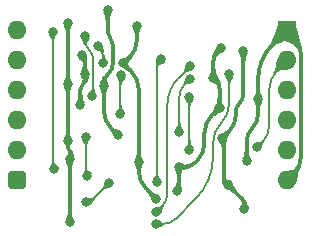
<source format=gbl>
%TF.GenerationSoftware,KiCad,Pcbnew,8.0.7*%
%TF.CreationDate,2025-02-19T10:15:13+02:00*%
%TF.ProjectId,Clock Transition,436c6f63-6b20-4547-9261-6e736974696f,V1*%
%TF.SameCoordinates,Original*%
%TF.FileFunction,Copper,L2,Bot*%
%TF.FilePolarity,Positive*%
%FSLAX46Y46*%
G04 Gerber Fmt 4.6, Leading zero omitted, Abs format (unit mm)*
G04 Created by KiCad (PCBNEW 8.0.7) date 2025-02-19 10:15:13*
%MOMM*%
%LPD*%
G01*
G04 APERTURE LIST*
G04 Aperture macros list*
%AMRoundRect*
0 Rectangle with rounded corners*
0 $1 Rounding radius*
0 $2 $3 $4 $5 $6 $7 $8 $9 X,Y pos of 4 corners*
0 Add a 4 corners polygon primitive as box body*
4,1,4,$2,$3,$4,$5,$6,$7,$8,$9,$2,$3,0*
0 Add four circle primitives for the rounded corners*
1,1,$1+$1,$2,$3*
1,1,$1+$1,$4,$5*
1,1,$1+$1,$6,$7*
1,1,$1+$1,$8,$9*
0 Add four rect primitives between the rounded corners*
20,1,$1+$1,$2,$3,$4,$5,0*
20,1,$1+$1,$4,$5,$6,$7,0*
20,1,$1+$1,$6,$7,$8,$9,0*
20,1,$1+$1,$8,$9,$2,$3,0*%
G04 Aperture macros list end*
%TA.AperFunction,ComponentPad*%
%ADD10O,1.600000X1.600000*%
%TD*%
%TA.AperFunction,ComponentPad*%
%ADD11RoundRect,0.400000X-0.400000X-0.400000X0.400000X-0.400000X0.400000X0.400000X-0.400000X0.400000X0*%
%TD*%
%TA.AperFunction,ComponentPad*%
%ADD12R,1.600000X1.600000*%
%TD*%
%TA.AperFunction,ViaPad*%
%ADD13C,0.800000*%
%TD*%
%TA.AperFunction,Conductor*%
%ADD14C,0.380000*%
%TD*%
%TA.AperFunction,Conductor*%
%ADD15C,0.200000*%
%TD*%
G04 APERTURE END LIST*
D10*
%TO.P,J1,1,Pin_1*%
%TO.N,~{Reset}*%
X0Y0D03*
%TO.P,J1,2,Pin_2*%
%TO.N,Slow Clock*%
X0Y-2540000D03*
%TO.P,J1,3,Pin_3*%
%TO.N,GND*%
X0Y-5080000D03*
%TO.P,J1,4,Pin_4*%
%TO.N,unconnected-(J1-Pin_4-Pad4)*%
X0Y-7620000D03*
%TO.P,J1,5,Pin_5*%
%TO.N,Fast Clock*%
X0Y-10160000D03*
D11*
%TO.P,J1,6,Pin_6*%
%TO.N,5V*%
X0Y-12700000D03*
D10*
%TO.P,J1,7,Pin_7*%
%TO.N,GND*%
X22860000Y-12700000D03*
%TO.P,J1,8,Pin_8*%
%TO.N,unconnected-(J1-Pin_8-Pad8)*%
X22860000Y-10160000D03*
%TO.P,J1,9,Pin_9*%
%TO.N,~{Select Fast}*%
X22860000Y-7620000D03*
%TO.P,J1,10,Pin_10*%
%TO.N,unconnected-(J1-Pin_10-Pad10)*%
X22860000Y-5080000D03*
%TO.P,J1,11,Pin_11*%
%TO.N,Clock*%
X22860000Y-2540000D03*
D12*
%TO.P,J1,12,Pin_12*%
%TO.N,GND*%
X22860000Y0D03*
%TD*%
D13*
%TO.N,GND*%
X7366000Y-4699000D03*
X20424257Y-5827666D03*
X19447000Y-11065000D03*
X17272000Y-1524000D03*
X8559000Y-8840022D03*
X13716000Y-11557000D03*
X4318000Y-9398000D03*
X17155988Y-6548350D03*
X4487970Y-10925998D03*
X4482060Y-16211000D03*
X13588996Y-13589000D03*
X4318000Y-4572000D03*
X4321161Y616002D03*
X16637000Y-4064000D03*
X7683502Y1714498D03*
%TO.N,Clock*%
X20320000Y-9906000D03*
%TO.N,Net-(IC1-B)*%
X13716000Y-8636000D03*
X14670374Y-4096192D03*
%TO.N,Net-(IC1-A)*%
X14605000Y-5638000D03*
X14604998Y-10099000D03*
%TO.N,~{Reset}*%
X3175000Y-11766000D03*
X3048000Y-127000D03*
%TO.N,/Clock1_{Q}*%
X11816712Y-15372722D03*
X14660189Y-3050200D03*
%TO.N,/~{Clock1}_{Q}*%
X17974385Y-3727164D03*
X11810997Y-16382997D03*
%TO.N,/Clock2_{Q}*%
X8763000Y-7112000D03*
X8844866Y-3803922D03*
%TO.N,Fast Clock*%
X11856200Y-12844941D03*
X12225846Y-2436034D03*
%TO.N,Net-(IC4A-1Q)*%
X5873811Y-14541000D03*
X7796942Y-12921882D03*
%TO.N,Net-(IC3-Y)*%
X5842000Y-9017000D03*
X5969000Y-12319000D03*
%TO.N,Net-(IC5D-4Y)*%
X5802270Y-506725D03*
X6350000Y-5539000D03*
%TO.N,Slow Clock*%
X6840125Y-1317704D03*
X7315714Y-2799346D03*
%TO.N,/3.3V*%
X5378040Y-6317706D03*
X10160000Y381000D03*
X17906998Y-13081002D03*
X9015972Y-2808999D03*
X5531655Y-2111633D03*
X5761970Y-3685030D03*
X17365243Y-9144005D03*
X19177000Y-1778000D03*
X10324061Y-11131001D03*
X11804567Y-14261943D03*
X19266029Y-15152586D03*
%TD*%
D14*
%TO.N,/3.3V*%
X19177000Y-5380259D02*
G75*
G02*
X18850512Y-6168512I-1114700J-41D01*
G01*
X5570005Y-4589995D02*
G75*
G03*
X5378053Y-5053439I463395J-463405D01*
G01*
X17439621Y-9218383D02*
G75*
G02*
X17514049Y-9397949I-179521J-179617D01*
G01*
X5761970Y-4126550D02*
G75*
G02*
X5570002Y-4589992I-655420J10D01*
G01*
X19014103Y-14188107D02*
G75*
G02*
X19266022Y-14796309I-608203J-608193D01*
G01*
X5646812Y-2226790D02*
G75*
G02*
X5761967Y-2504805I-278012J-278010D01*
G01*
X9670016Y-3463043D02*
G75*
G02*
X10324065Y-5042046I-1578996J-1579007D01*
G01*
X18524000Y-7240124D02*
G75*
G02*
X17997108Y-8512121I-1798900J24D01*
G01*
X17514000Y-12410112D02*
G75*
G03*
X17710503Y-12884499I670900J12D01*
G01*
X10324061Y-11956219D02*
G75*
G03*
X10907576Y-13364956I1992259J-1D01*
G01*
X10160000Y-856021D02*
G75*
G02*
X9587986Y-2236985I-1952980J1D01*
G01*
X18850500Y-6168500D02*
G75*
G03*
X18524017Y-6956740I788200J-788200D01*
G01*
%TO.N,GND*%
X4402985Y-10117985D02*
G75*
G02*
X4487997Y-10323156I-205185J-205215D01*
G01*
X15875000Y-9605776D02*
G75*
G02*
X15303498Y-10985498I-1951230J6D01*
G01*
X23455000Y-595000D02*
G75*
G02*
X24050018Y-2031457I-1436500J-1436500D01*
G01*
X7590506Y-3839493D02*
G75*
G03*
X7365996Y-4381500I541994J-542007D01*
G01*
X7905751Y-666751D02*
G75*
G02*
X8127996Y-1203307I-536551J-536549D01*
G01*
X19935628Y-8258371D02*
G75*
G03*
X19447022Y-9438025I1179672J-1179629D01*
G01*
X4318000Y-9912813D02*
G75*
G03*
X4403003Y-10117967I290100J13D01*
G01*
X20424257Y-7078717D02*
G75*
G02*
X19935614Y-8258357I-1668257J17D01*
G01*
X7683502Y-130194D02*
G75*
G03*
X7905750Y-666752I758798J-6D01*
G01*
X24050000Y-10668542D02*
G75*
G02*
X23455001Y-12105001I-2031470J2D01*
G01*
X16896494Y-4323494D02*
G75*
G02*
X17156005Y-4949967I-626494J-626506D01*
G01*
X7366000Y-6803443D02*
G75*
G03*
X7962501Y-8243521I2036580J3D01*
G01*
X8128000Y-2763184D02*
G75*
G02*
X7746999Y-3682999I-1300820J4D01*
G01*
X15091210Y-11197789D02*
G75*
G02*
X14224000Y-11557005I-867210J867189D01*
G01*
X4485015Y-10928953D02*
G75*
G03*
X4482036Y-10936087I7085J-7147D01*
G01*
X13716000Y-13372190D02*
G75*
G02*
X13652501Y-13525501I-216800J-10D01*
G01*
X16954500Y-1841500D02*
G75*
G03*
X16637005Y-2608012I766500J-766500D01*
G01*
X16515494Y-7188844D02*
G75*
G03*
X15875028Y-8735133I1546306J-1546256D01*
G01*
X4319580Y614421D02*
G75*
G03*
X4317997Y610605I3820J-3821D01*
G01*
X21623482Y-1236517D02*
G75*
G03*
X20424268Y-4131704I2895218J-2895183D01*
G01*
X4318000Y-4699000D02*
X4318000Y-4953000D01*
D15*
%TO.N,Slow Clock*%
X7077919Y-1555498D02*
G75*
G02*
X7315715Y-2129585I-574119J-574102D01*
G01*
%TO.N,Net-(IC5D-4Y)*%
X6133635Y-1688635D02*
G75*
G02*
X6465000Y-2488620I-799935J-799965D01*
G01*
X6465000Y-5342682D02*
G75*
G02*
X6407505Y-5481505I-196300J-18D01*
G01*
X5802270Y-931997D02*
G75*
G03*
X6102975Y-1657991I1026730J-3D01*
G01*
%TO.N,Net-(IC3-Y)*%
X5842000Y-12102197D02*
G75*
G03*
X5905499Y-12255501I216800J-3D01*
G01*
%TO.N,Net-(IC4A-1Q)*%
X6285308Y-14433515D02*
G75*
G02*
X6025817Y-14541005I-259508J259515D01*
G01*
%TO.N,Fast Clock*%
X12041023Y-2620857D02*
G75*
G03*
X11856164Y-3067059I446177J-446243D01*
G01*
%TO.N,/Clock2_{Q}*%
X8803933Y-3844855D02*
G75*
G03*
X8762997Y-3943676I98867J-98845D01*
G01*
%TO.N,/~{Clock1}_{Q}*%
X17294811Y-7851189D02*
G75*
G03*
X16615241Y-9491825I1640589J-1640611D01*
G01*
X16615237Y-10658011D02*
G75*
G02*
X15111040Y-14289447I-5135637J11D01*
G01*
X13444063Y-15956433D02*
G75*
G02*
X12414248Y-16383025I-1029863J1029833D01*
G01*
X17974385Y-6210552D02*
G75*
G02*
X17294811Y-7851189I-2320215J2D01*
G01*
%TO.N,/Clock1_{Q}*%
X12739192Y-13797950D02*
G75*
G02*
X12277954Y-14911484I-1574782J0D01*
G01*
X13699690Y-4010698D02*
G75*
G03*
X12739189Y-6329547I2318850J-2318852D01*
G01*
%TO.N,~{Reset}*%
X3048000Y-11549197D02*
G75*
G03*
X3111499Y-11702501I216800J-3D01*
G01*
%TO.N,Net-(IC1-B)*%
X13755978Y-8567753D02*
G75*
G02*
X13736019Y-8616041I-68278J-47D01*
G01*
X14213176Y-4553390D02*
G75*
G03*
X13755938Y-5657163I1103724J-1103810D01*
G01*
%TO.N,Clock*%
X21336000Y-8171579D02*
G75*
G02*
X20828006Y-9398006I-1734400J-21D01*
G01*
X22098000Y-3302000D02*
G75*
G03*
X21336013Y-5141630I1839600J-1839600D01*
G01*
D14*
%TO.N,/3.3V*%
X19266029Y-14796309D02*
X19266029Y-15152586D01*
X19014103Y-14188107D02*
X17906998Y-13081002D01*
%TO.N,GND*%
X16896494Y-4323494D02*
X16637000Y-4064000D01*
X4487970Y-10323156D02*
X4487970Y-10925998D01*
X7590506Y-3839493D02*
X7747000Y-3683000D01*
X17155988Y-6548350D02*
X16515494Y-7188844D01*
X4318000Y-4572000D02*
X4318000Y610605D01*
X7683502Y1714498D02*
X7683502Y-130194D01*
X4319580Y614421D02*
X4321161Y616002D01*
X23455000Y-12105000D02*
X22860000Y-12700000D01*
X20424257Y-7078717D02*
X20424257Y-5827666D01*
X13588996Y-13589000D02*
X13652498Y-13525498D01*
X15875000Y-9605776D02*
X15875000Y-8735133D01*
X17155988Y-6548350D02*
X17155988Y-4949967D01*
X24050000Y-2031457D02*
X24050000Y-10668542D01*
X7366000Y-4381500D02*
X7366000Y-4699000D01*
X4482060Y-16211000D02*
X4482060Y-10936087D01*
X20424257Y-5827666D02*
X20424257Y-4131704D01*
X15303499Y-10985499D02*
X15091210Y-11197789D01*
X7366000Y-4699000D02*
X7366000Y-6803443D01*
X4318000Y-4572000D02*
X4318000Y-4699000D01*
X22860000Y0D02*
X21623482Y-1236517D01*
X4318000Y-4953000D02*
X4318000Y-9398000D01*
X8128000Y-1203307D02*
X8128000Y-2763184D01*
X4318000Y-9912813D02*
X4318000Y-9398000D01*
X4485015Y-10928953D02*
X4487970Y-10925998D01*
X8559000Y-8840022D02*
X7962500Y-8243522D01*
X13716000Y-11557000D02*
X13716000Y-13372190D01*
X16637000Y-4064000D02*
X16637000Y-2608012D01*
X19447000Y-9438025D02*
X19447000Y-11065000D01*
X13716000Y-11557000D02*
X14224000Y-11557000D01*
X17272000Y-1524000D02*
X16954500Y-1841500D01*
D15*
%TO.N,Clock*%
X20828000Y-9398000D02*
X20320000Y-9906000D01*
X21336000Y-8171579D02*
X21336000Y-5141630D01*
X22098000Y-3302000D02*
X22860000Y-2540000D01*
%TO.N,Net-(IC1-B)*%
X13735989Y-8616011D02*
X13716000Y-8636000D01*
X14670374Y-4096192D02*
X14213176Y-4553390D01*
X13755978Y-8567753D02*
X13755978Y-5657163D01*
%TO.N,Net-(IC1-A)*%
X14605000Y-5638000D02*
X14604998Y-5638002D01*
X14604998Y-5638002D02*
X14604998Y-10099000D01*
%TO.N,~{Reset}*%
X3048000Y-11549197D02*
X3048000Y-127000D01*
X3175000Y-11766000D02*
X3111500Y-11702500D01*
%TO.N,/Clock1_{Q}*%
X12739192Y-13797950D02*
X12739192Y-6329547D01*
X14660189Y-3050200D02*
X13699690Y-4010698D01*
X12277952Y-14911482D02*
X11816712Y-15372722D01*
%TO.N,/~{Clock1}_{Q}*%
X16615237Y-9491825D02*
X16615237Y-10658011D01*
X12414248Y-16382997D02*
X11810997Y-16382997D01*
X15111044Y-14289451D02*
X13444063Y-15956433D01*
X17974385Y-3727164D02*
X17974385Y-6210552D01*
%TO.N,/Clock2_{Q}*%
X8844866Y-3803922D02*
X8803933Y-3844855D01*
X8763000Y-7112000D02*
X8763000Y-3943676D01*
%TO.N,Fast Clock*%
X11856200Y-3067059D02*
X11856200Y-12844941D01*
X12041023Y-2620857D02*
X12225846Y-2436034D01*
%TO.N,Net-(IC4A-1Q)*%
X5873811Y-14541000D02*
X6025817Y-14541000D01*
X7796942Y-12921882D02*
X6285308Y-14433515D01*
%TO.N,Net-(IC3-Y)*%
X5905500Y-12255500D02*
X5969000Y-12319000D01*
X5842000Y-9017000D02*
X5842000Y-12102197D01*
%TO.N,Net-(IC5D-4Y)*%
X6465000Y-2488620D02*
X6465000Y-5342682D01*
X5802270Y-506725D02*
X5802270Y-931997D01*
X6133635Y-1688635D02*
X6102983Y-1657983D01*
X6407500Y-5481500D02*
X6350000Y-5539000D01*
%TO.N,Slow Clock*%
X7077919Y-1555498D02*
X6840125Y-1317704D01*
X7315714Y-2129585D02*
X7315714Y-2799346D01*
D14*
%TO.N,/3.3V*%
X11804567Y-14261943D02*
X10907578Y-13364954D01*
X9015972Y-2808999D02*
X9587986Y-2236985D01*
X10324061Y-11131001D02*
X10324061Y-11956219D01*
X17439621Y-9218383D02*
X17365243Y-9144005D01*
X17997117Y-8512130D02*
X17365243Y-9144005D01*
X17514000Y-9397949D02*
X17514000Y-12410112D01*
X18524000Y-7240124D02*
X18524000Y-6956740D01*
X10160000Y-856021D02*
X10160000Y381000D01*
X5378040Y-6317706D02*
X5378040Y-5053439D01*
X5646812Y-2226790D02*
X5531655Y-2111633D01*
X9015972Y-2808999D02*
X9670016Y-3463043D01*
X5761970Y-4126550D02*
X5761970Y-3685030D01*
X17710499Y-12884503D02*
X17906998Y-13081002D01*
X19177000Y-5380259D02*
X19177000Y-1778000D01*
X5761970Y-2504805D02*
X5761970Y-3685030D01*
X10324061Y-11131001D02*
X10324061Y-5042046D01*
%TD*%
%TA.AperFunction,Conductor*%
%TO.N,/3.3V*%
G36*
X19317806Y-14274237D02*
G01*
X19318027Y-14274581D01*
X19415961Y-14432856D01*
X19416542Y-14433912D01*
X19436621Y-14475391D01*
X19477540Y-14559923D01*
X19478023Y-14561073D01*
X19519375Y-14676447D01*
X19519472Y-14676730D01*
X19564286Y-14812601D01*
X19564288Y-14812608D01*
X19631537Y-14988912D01*
X19631283Y-14997863D01*
X19625109Y-15003880D01*
X19268758Y-15152510D01*
X19264230Y-15153412D01*
X18880018Y-15152615D01*
X18871752Y-15149171D01*
X18868342Y-15140891D01*
X18868531Y-15138822D01*
X18897574Y-14979083D01*
X18898755Y-14975685D01*
X18966707Y-14848069D01*
X18966961Y-14847620D01*
X19032791Y-14738308D01*
X19055755Y-14622796D01*
X18999294Y-14484228D01*
X18999346Y-14475275D01*
X19003626Y-14470090D01*
X19301578Y-14271008D01*
X19310361Y-14269262D01*
X19317806Y-14274237D01*
G37*
%TD.AperFunction*%
%TD*%
%TA.AperFunction,Conductor*%
%TO.N,/3.3V*%
G36*
X5920121Y-2111604D02*
G01*
X5928386Y-2115052D01*
X5931791Y-2123166D01*
X5933766Y-2290627D01*
X5933767Y-2290641D01*
X5938212Y-2402692D01*
X5938807Y-2417670D01*
X5944811Y-2527146D01*
X5944820Y-2527323D01*
X5949851Y-2654117D01*
X5949859Y-2654443D01*
X5951830Y-2821437D01*
X5948501Y-2829750D01*
X5940269Y-2833274D01*
X5940131Y-2833275D01*
X5582405Y-2833275D01*
X5574132Y-2829848D01*
X5570781Y-2822908D01*
X5570578Y-2821145D01*
X5556857Y-2701505D01*
X5532775Y-2654117D01*
X5513709Y-2616598D01*
X5513707Y-2616596D01*
X5445797Y-2553693D01*
X5356786Y-2488218D01*
X5356046Y-2487626D01*
X5258271Y-2402692D01*
X5254273Y-2394679D01*
X5257111Y-2386186D01*
X5257645Y-2385610D01*
X5528214Y-2114085D01*
X5536479Y-2110645D01*
X5920121Y-2111604D01*
G37*
%TD.AperFunction*%
%TD*%
%TA.AperFunction,Conductor*%
%TO.N,/3.3V*%
G36*
X17702795Y-12413366D02*
G01*
X17705967Y-12419211D01*
X17733418Y-12548608D01*
X17811691Y-12617597D01*
X17864987Y-12635881D01*
X17923797Y-12656057D01*
X17923865Y-12656081D01*
X18053398Y-12702669D01*
X18056170Y-12704110D01*
X18178483Y-12790168D01*
X18183277Y-12797731D01*
X18181319Y-12806470D01*
X18180038Y-12807996D01*
X17908657Y-13080336D01*
X17904821Y-13082897D01*
X17548072Y-13229702D01*
X17539118Y-13229681D01*
X17532882Y-13223528D01*
X17452696Y-13038215D01*
X17452683Y-13038184D01*
X17433360Y-12993169D01*
X17392169Y-12897210D01*
X17391770Y-12896137D01*
X17352502Y-12771559D01*
X17352083Y-12769726D01*
X17342433Y-12703203D01*
X17330653Y-12621994D01*
X17330539Y-12620683D01*
X17324374Y-12422001D01*
X17327542Y-12413626D01*
X17335705Y-12409945D01*
X17336068Y-12409939D01*
X17694522Y-12409939D01*
X17702795Y-12413366D01*
G37*
%TD.AperFunction*%
%TD*%
%TA.AperFunction,Conductor*%
%TO.N,GND*%
G36*
X23656870Y259648D02*
G01*
X23662711Y252861D01*
X23662972Y251943D01*
X23761001Y-155112D01*
X23862004Y-537915D01*
X23963010Y-884130D01*
X24064011Y-1193727D01*
X24160560Y-1454692D01*
X24160217Y-1463641D01*
X24153647Y-1469725D01*
X24152615Y-1470053D01*
X23803866Y-1563506D01*
X23794988Y-1562338D01*
X23793294Y-1561148D01*
X23529799Y-1338880D01*
X23529797Y-1338878D01*
X23529787Y-1338870D01*
X23261609Y-1149252D01*
X23261604Y-1149249D01*
X23261601Y-1149247D01*
X22993438Y-996238D01*
X22993428Y-996233D01*
X22725271Y-879823D01*
X22725257Y-879818D01*
X22470467Y-803985D01*
X22463516Y-798340D01*
X22462591Y-789433D01*
X22463348Y-787525D01*
X22857561Y-3373D01*
X22864333Y2475D01*
X23344568Y160495D01*
X23647940Y260318D01*
X23656870Y259648D01*
G37*
%TD.AperFunction*%
%TD*%
%TA.AperFunction,Conductor*%
%TO.N,GND*%
G36*
X7365352Y-3831251D02*
G01*
X7365454Y-3831318D01*
X7663495Y-4030467D01*
X7668470Y-4037912D01*
X7667748Y-4044804D01*
X7609949Y-4179611D01*
X7609949Y-4179612D01*
X7624433Y-4293133D01*
X7679087Y-4400920D01*
X7679259Y-4401274D01*
X7737634Y-4526693D01*
X7738576Y-4529759D01*
X7763805Y-4685457D01*
X7761746Y-4694171D01*
X7754127Y-4698877D01*
X7752280Y-4699028D01*
X7367798Y-4699826D01*
X7363270Y-4698924D01*
X7363157Y-4698877D01*
X7007127Y-4550381D01*
X7000811Y-4544034D01*
X7000783Y-4535200D01*
X7071513Y-4360165D01*
X7124917Y-4228004D01*
X7125130Y-4227514D01*
X7176707Y-4116542D01*
X7177145Y-4115695D01*
X7246981Y-3992897D01*
X7247280Y-3992403D01*
X7349176Y-3834726D01*
X7356544Y-3829639D01*
X7365352Y-3831251D01*
G37*
%TD.AperFunction*%
%TD*%
%TA.AperFunction,Conductor*%
%TO.N,GND*%
G36*
X17005070Y-3915242D02*
G01*
X17011218Y-3921201D01*
X17077678Y-4067524D01*
X17089277Y-4093060D01*
X17156022Y-4219856D01*
X17156122Y-4220051D01*
X17211256Y-4329713D01*
X17211782Y-4330925D01*
X17251000Y-4437479D01*
X17260050Y-4462066D01*
X17260444Y-4463364D01*
X17303996Y-4643950D01*
X17302604Y-4652796D01*
X17295365Y-4658067D01*
X17294905Y-4658168D01*
X16944106Y-4727957D01*
X16935323Y-4726210D01*
X16930787Y-4720368D01*
X16906991Y-4652796D01*
X16891043Y-4607509D01*
X16824669Y-4541120D01*
X16734829Y-4506306D01*
X16734824Y-4506304D01*
X16734822Y-4506304D01*
X16734818Y-4506303D01*
X16621769Y-4478714D01*
X16620897Y-4478466D01*
X16495904Y-4437479D01*
X16489111Y-4431644D01*
X16488432Y-4422715D01*
X16488726Y-4421920D01*
X16634947Y-4067522D01*
X16641269Y-4061183D01*
X16996115Y-3915220D01*
X17005070Y-3915242D01*
G37*
%TD.AperFunction*%
%TD*%
%TA.AperFunction,Conductor*%
%TO.N,Slow Clock*%
G36*
X7207522Y-1169222D02*
G01*
X7213838Y-1175569D01*
X7213952Y-1175855D01*
X7279689Y-1348418D01*
X7280014Y-1349400D01*
X7317813Y-1483103D01*
X7318072Y-1484231D01*
X7339357Y-1603513D01*
X7339420Y-1603901D01*
X7359572Y-1743915D01*
X7391946Y-1927784D01*
X7390005Y-1936526D01*
X7382706Y-1941288D01*
X7207505Y-1976139D01*
X7198722Y-1974392D01*
X7194274Y-1968793D01*
X7148707Y-1847951D01*
X7148706Y-1847950D01*
X7148706Y-1847949D01*
X7071423Y-1783585D01*
X7071421Y-1783584D01*
X7012179Y-1767387D01*
X6967598Y-1755199D01*
X6902143Y-1743915D01*
X6839614Y-1733135D01*
X6838226Y-1732807D01*
X6699417Y-1690981D01*
X6692485Y-1685313D01*
X6691591Y-1676403D01*
X6691971Y-1675333D01*
X6838072Y-1321226D01*
X6844394Y-1314887D01*
X7198569Y-1169200D01*
X7207522Y-1169222D01*
G37*
%TD.AperFunction*%
%TD*%
%TA.AperFunction,Conductor*%
%TO.N,Net-(IC4A-1Q)*%
G36*
X6477563Y-14114090D02*
G01*
X6603979Y-14240506D01*
X6607406Y-14248779D01*
X6604372Y-14256640D01*
X6489808Y-14382941D01*
X6489800Y-14382951D01*
X6414261Y-14488313D01*
X6354433Y-14583618D01*
X6354033Y-14584214D01*
X6279098Y-14688737D01*
X6278255Y-14689781D01*
X6164886Y-14814767D01*
X6156790Y-14818592D01*
X6148359Y-14815572D01*
X6147968Y-14815200D01*
X5915824Y-14584214D01*
X5876559Y-14545145D01*
X5873112Y-14536882D01*
X5873788Y-14153994D01*
X5877229Y-14145728D01*
X5885509Y-14142316D01*
X5886725Y-14142381D01*
X6029443Y-14157649D01*
X6031165Y-14157967D01*
X6152054Y-14189868D01*
X6255204Y-14210218D01*
X6255205Y-14210217D01*
X6255205Y-14210218D01*
X6288782Y-14204024D01*
X6355939Y-14191636D01*
X6462334Y-14112955D01*
X6471023Y-14110792D01*
X6477563Y-14114090D01*
G37*
%TD.AperFunction*%
%TD*%
%TA.AperFunction,Conductor*%
%TO.N,Fast Clock*%
G36*
X12229251Y-2438452D02*
G01*
X12229287Y-2438487D01*
X12498673Y-2708826D01*
X12502085Y-2717106D01*
X12498644Y-2725373D01*
X12496914Y-2726794D01*
X12360538Y-2818497D01*
X12357345Y-2820002D01*
X12210737Y-2863621D01*
X12210329Y-2863735D01*
X12081548Y-2897026D01*
X11990614Y-2965083D01*
X11958301Y-3104367D01*
X11953093Y-3111652D01*
X11946904Y-3113423D01*
X11768413Y-3113423D01*
X11760140Y-3109996D01*
X11756713Y-3101723D01*
X11756724Y-3101221D01*
X11763417Y-2945514D01*
X11763527Y-2944335D01*
X11780673Y-2826238D01*
X11780775Y-2825652D01*
X11801330Y-2723503D01*
X11818602Y-2604540D01*
X11825365Y-2447202D01*
X11829144Y-2439085D01*
X11837024Y-2436006D01*
X12220970Y-2435046D01*
X12229251Y-2438452D01*
G37*
%TD.AperFunction*%
%TD*%
%TA.AperFunction,Conductor*%
%TO.N,/3.3V*%
G36*
X18274460Y-12932494D02*
G01*
X18280778Y-12938841D01*
X18280867Y-12939063D01*
X18337446Y-13084971D01*
X18337501Y-13085117D01*
X18380013Y-13199257D01*
X18399560Y-13240022D01*
X18425155Y-13293399D01*
X18493847Y-13390183D01*
X18493847Y-13390184D01*
X18549786Y-13450554D01*
X18599379Y-13504075D01*
X18602489Y-13512472D01*
X18599070Y-13520300D01*
X18346296Y-13773074D01*
X18338023Y-13776501D01*
X18330071Y-13773383D01*
X18287277Y-13733730D01*
X18216180Y-13667851D01*
X18119395Y-13599159D01*
X18066018Y-13573564D01*
X18025253Y-13554017D01*
X18025245Y-13554014D01*
X18025243Y-13554013D01*
X18025244Y-13554013D01*
X17911113Y-13511505D01*
X17910967Y-13511450D01*
X17765059Y-13454871D01*
X17758584Y-13448684D01*
X17758380Y-13439732D01*
X17758441Y-13439579D01*
X17904435Y-13084804D01*
X17910751Y-13078459D01*
X18265507Y-12932473D01*
X18274460Y-12932494D01*
G37*
%TD.AperFunction*%
%TD*%
%TA.AperFunction,Conductor*%
%TO.N,GND*%
G36*
X4572843Y-10021622D02*
G01*
X4573587Y-10022460D01*
X4689252Y-10165990D01*
X4690887Y-10168701D01*
X4745881Y-10296323D01*
X4746652Y-10298891D01*
X4769401Y-10426532D01*
X4769414Y-10426611D01*
X4794632Y-10577287D01*
X4854230Y-10762684D01*
X4853499Y-10771609D01*
X4847593Y-10777064D01*
X4493162Y-10924839D01*
X4484208Y-10924860D01*
X4484172Y-10924845D01*
X4130825Y-10778078D01*
X4124499Y-10771740D01*
X4124508Y-10762785D01*
X4125220Y-10761356D01*
X4192339Y-10647218D01*
X4193496Y-10645590D01*
X4276397Y-10548030D01*
X4340270Y-10463508D01*
X4355668Y-10378342D01*
X4317932Y-10317196D01*
X4298713Y-10286052D01*
X4297285Y-10277212D01*
X4300491Y-10271542D01*
X4556301Y-10021433D01*
X4564609Y-10018102D01*
X4572843Y-10021622D01*
G37*
%TD.AperFunction*%
%TD*%
%TA.AperFunction,Conductor*%
%TO.N,GND*%
G36*
X16797448Y-6399808D02*
G01*
X17152183Y-6545786D01*
X17158530Y-6552104D01*
X17158551Y-6552154D01*
X17304516Y-6906858D01*
X17304495Y-6915812D01*
X17298148Y-6922130D01*
X17297926Y-6922219D01*
X17152016Y-6978798D01*
X17151870Y-6978853D01*
X17037740Y-7021361D01*
X17037733Y-7021363D01*
X17037731Y-7021365D01*
X17021552Y-7029122D01*
X16943588Y-7066507D01*
X16846805Y-7135199D01*
X16846804Y-7135199D01*
X16732914Y-7240731D01*
X16724517Y-7243841D01*
X16716689Y-7240422D01*
X16463915Y-6987648D01*
X16460488Y-6979375D01*
X16463604Y-6971425D01*
X16569139Y-6857530D01*
X16637827Y-6760749D01*
X16682971Y-6666605D01*
X16725523Y-6552360D01*
X16782118Y-6406410D01*
X16788305Y-6399936D01*
X16797257Y-6399732D01*
X16797448Y-6399808D01*
G37*
%TD.AperFunction*%
%TD*%
%TA.AperFunction,Conductor*%
%TO.N,GND*%
G36*
X4505010Y-3775427D02*
G01*
X4508429Y-3783255D01*
X4514340Y-3938418D01*
X4534202Y-4055412D01*
X4568853Y-4153908D01*
X4568858Y-4153921D01*
X4619483Y-4264636D01*
X4619548Y-4264779D01*
X4682732Y-4408001D01*
X4682936Y-4416953D01*
X4676749Y-4423428D01*
X4676529Y-4423522D01*
X4322502Y-4571123D01*
X4313548Y-4571144D01*
X4313498Y-4571123D01*
X3959470Y-4423522D01*
X3953152Y-4417175D01*
X3953173Y-4408221D01*
X3953236Y-4408071D01*
X4016450Y-4264779D01*
X4067145Y-4153907D01*
X4101794Y-4055416D01*
X4121658Y-3938412D01*
X4127571Y-3783253D01*
X4131311Y-3775118D01*
X4139263Y-3772000D01*
X4496737Y-3772000D01*
X4505010Y-3775427D01*
G37*
%TD.AperFunction*%
%TD*%
%TA.AperFunction,Conductor*%
%TO.N,GND*%
G36*
X4325663Y615125D02*
G01*
X4679669Y467533D01*
X4685987Y461186D01*
X4685966Y452232D01*
X4685862Y451991D01*
X4622420Y308946D01*
X4622334Y308755D01*
X4570881Y198117D01*
X4570879Y198112D01*
X4570875Y198103D01*
X4535304Y99849D01*
X4535303Y99846D01*
X4535279Y99706D01*
X4514665Y-16987D01*
X4508450Y-172137D01*
X4504694Y-180267D01*
X4496759Y-183369D01*
X4139282Y-183369D01*
X4131009Y-179942D01*
X4127590Y-172094D01*
X4121961Y-17233D01*
X4102827Y99707D01*
X4069076Y198204D01*
X4069074Y198211D01*
X4019177Y309034D01*
X3956400Y452014D01*
X3956213Y460966D01*
X3962410Y467430D01*
X3962612Y467516D01*
X4316659Y615125D01*
X4325613Y615146D01*
X4325663Y615125D01*
G37*
%TD.AperFunction*%
%TD*%
%TA.AperFunction,Conductor*%
%TO.N,GND*%
G36*
X7688004Y1713621D02*
G01*
X8042031Y1566020D01*
X8048349Y1559673D01*
X8048328Y1550719D01*
X8048234Y1550499D01*
X7985060Y1407301D01*
X7984995Y1407158D01*
X7934360Y1296419D01*
X7934355Y1296406D01*
X7899704Y1197910D01*
X7879842Y1080916D01*
X7873931Y925753D01*
X7870191Y917616D01*
X7862239Y914498D01*
X7504765Y914498D01*
X7496492Y917925D01*
X7493073Y925752D01*
X7493073Y925753D01*
X7487160Y1080910D01*
X7467296Y1197914D01*
X7432647Y1296405D01*
X7381952Y1407277D01*
X7318768Y1550501D01*
X7318565Y1559451D01*
X7324752Y1565926D01*
X7324972Y1566020D01*
X7679000Y1713621D01*
X7687954Y1713642D01*
X7688004Y1713621D01*
G37*
%TD.AperFunction*%
%TD*%
%TA.AperFunction,Conductor*%
%TO.N,GND*%
G36*
X23697526Y-11448055D02*
G01*
X24028962Y-11585345D01*
X24035292Y-11591676D01*
X24035456Y-11600213D01*
X23911837Y-11934290D01*
X23911830Y-11934314D01*
X23843523Y-12186905D01*
X23843511Y-12186956D01*
X23795004Y-12408587D01*
X23794869Y-12409139D01*
X23726770Y-12660975D01*
X23726449Y-12661981D01*
X23603317Y-12994759D01*
X23597232Y-13001329D01*
X23588284Y-13001672D01*
X23587880Y-13001514D01*
X22864110Y-12702777D01*
X22857771Y-12696454D01*
X22558863Y-11973021D01*
X22558871Y-11964068D01*
X22565208Y-11957742D01*
X22566464Y-11957304D01*
X22869113Y-11871119D01*
X22871026Y-11870743D01*
X23133240Y-11841828D01*
X23133248Y-11841826D01*
X23133254Y-11841826D01*
X23181712Y-11833916D01*
X23351766Y-11806162D01*
X23533997Y-11696184D01*
X23683073Y-11452753D01*
X23690315Y-11447489D01*
X23697526Y-11448055D01*
G37*
%TD.AperFunction*%
%TD*%
%TA.AperFunction,Conductor*%
%TO.N,GND*%
G36*
X20782786Y-5976143D02*
G01*
X20789104Y-5982490D01*
X20789083Y-5991444D01*
X20788989Y-5991665D01*
X20725815Y-6134861D01*
X20725750Y-6135003D01*
X20675115Y-6245742D01*
X20675110Y-6245755D01*
X20640459Y-6344251D01*
X20620597Y-6461246D01*
X20614686Y-6616411D01*
X20610946Y-6624548D01*
X20602994Y-6627666D01*
X20245520Y-6627666D01*
X20237247Y-6624239D01*
X20233828Y-6616412D01*
X20233828Y-6616411D01*
X20227915Y-6461253D01*
X20208051Y-6344248D01*
X20173402Y-6245757D01*
X20173400Y-6245753D01*
X20173396Y-6245742D01*
X20122761Y-6135004D01*
X20122696Y-6134861D01*
X20059523Y-5991662D01*
X20059320Y-5982712D01*
X20065507Y-5976237D01*
X20065656Y-5976172D01*
X20419757Y-5828541D01*
X20428706Y-5828521D01*
X20782786Y-5976143D01*
G37*
%TD.AperFunction*%
%TD*%
%TA.AperFunction,Conductor*%
%TO.N,GND*%
G36*
X17342998Y-5751777D02*
G01*
X17346417Y-5759605D01*
X17352328Y-5914768D01*
X17372190Y-6031762D01*
X17406841Y-6130258D01*
X17406846Y-6130271D01*
X17457471Y-6240986D01*
X17457536Y-6241129D01*
X17520720Y-6384351D01*
X17520924Y-6393303D01*
X17514737Y-6399778D01*
X17514517Y-6399872D01*
X17160490Y-6547473D01*
X17151536Y-6547494D01*
X17151486Y-6547473D01*
X16797458Y-6399872D01*
X16791140Y-6393525D01*
X16791161Y-6384571D01*
X16791224Y-6384421D01*
X16854438Y-6241129D01*
X16905133Y-6130257D01*
X16939782Y-6031766D01*
X16959646Y-5914762D01*
X16965559Y-5759603D01*
X16969299Y-5751468D01*
X16977251Y-5748350D01*
X17334725Y-5748350D01*
X17342998Y-5751777D01*
G37*
%TD.AperFunction*%
%TD*%
%TA.AperFunction,Conductor*%
%TO.N,GND*%
G36*
X4669070Y-15414427D02*
G01*
X4672489Y-15422255D01*
X4678400Y-15577418D01*
X4698262Y-15694412D01*
X4732913Y-15792908D01*
X4732918Y-15792921D01*
X4783543Y-15903636D01*
X4783608Y-15903779D01*
X4846792Y-16047001D01*
X4846996Y-16055953D01*
X4840809Y-16062428D01*
X4840589Y-16062522D01*
X4486562Y-16210123D01*
X4477608Y-16210144D01*
X4477558Y-16210123D01*
X4123530Y-16062522D01*
X4117212Y-16056175D01*
X4117233Y-16047221D01*
X4117296Y-16047071D01*
X4180510Y-15903779D01*
X4231205Y-15792907D01*
X4265854Y-15694416D01*
X4285718Y-15577412D01*
X4291631Y-15422253D01*
X4295371Y-15414118D01*
X4303323Y-15411000D01*
X4660797Y-15411000D01*
X4669070Y-15414427D01*
G37*
%TD.AperFunction*%
%TD*%
%TA.AperFunction,Conductor*%
%TO.N,GND*%
G36*
X4846458Y-11074458D02*
G01*
X4852776Y-11080805D01*
X4852755Y-11089759D01*
X4852643Y-11090019D01*
X4788919Y-11233042D01*
X4788813Y-11233273D01*
X4736711Y-11343686D01*
X4736698Y-11343716D01*
X4700319Y-11441776D01*
X4700318Y-11441780D01*
X4679006Y-11558461D01*
X4672528Y-11713610D01*
X4668759Y-11721733D01*
X4660838Y-11724822D01*
X4303360Y-11724822D01*
X4295087Y-11721395D01*
X4291667Y-11713529D01*
X4290600Y-11682902D01*
X4286284Y-11558929D01*
X4267786Y-11442042D01*
X4267698Y-11441780D01*
X4234815Y-11343531D01*
X4234812Y-11343523D01*
X4185608Y-11232747D01*
X4185581Y-11232685D01*
X4123186Y-11089976D01*
X4123011Y-11081023D01*
X4129219Y-11074569D01*
X4129331Y-11074521D01*
X4483470Y-10926873D01*
X4492419Y-10926853D01*
X4846458Y-11074458D01*
G37*
%TD.AperFunction*%
%TD*%
%TA.AperFunction,Conductor*%
%TO.N,GND*%
G36*
X20611267Y-5031093D02*
G01*
X20614686Y-5038921D01*
X20620597Y-5194084D01*
X20640459Y-5311078D01*
X20675110Y-5409574D01*
X20675115Y-5409587D01*
X20725740Y-5520302D01*
X20725805Y-5520445D01*
X20788989Y-5663667D01*
X20789193Y-5672619D01*
X20783006Y-5679094D01*
X20782786Y-5679188D01*
X20428759Y-5826789D01*
X20419805Y-5826810D01*
X20419755Y-5826789D01*
X20065727Y-5679188D01*
X20059409Y-5672841D01*
X20059430Y-5663887D01*
X20059493Y-5663737D01*
X20122707Y-5520445D01*
X20173402Y-5409573D01*
X20208051Y-5311082D01*
X20227915Y-5194078D01*
X20233828Y-5038919D01*
X20237568Y-5030784D01*
X20245520Y-5027666D01*
X20602994Y-5027666D01*
X20611267Y-5031093D01*
G37*
%TD.AperFunction*%
%TD*%
%TA.AperFunction,Conductor*%
%TO.N,GND*%
G36*
X7724529Y-4847477D02*
G01*
X7730847Y-4853824D01*
X7730826Y-4862778D01*
X7730732Y-4862999D01*
X7667558Y-5006195D01*
X7667493Y-5006337D01*
X7616858Y-5117076D01*
X7616853Y-5117089D01*
X7582202Y-5215585D01*
X7562340Y-5332580D01*
X7556429Y-5487745D01*
X7552689Y-5495882D01*
X7544737Y-5499000D01*
X7187263Y-5499000D01*
X7178990Y-5495573D01*
X7175571Y-5487746D01*
X7175571Y-5487745D01*
X7169658Y-5332587D01*
X7149794Y-5215582D01*
X7115145Y-5117091D01*
X7115143Y-5117087D01*
X7115139Y-5117076D01*
X7064504Y-5006338D01*
X7064439Y-5006195D01*
X7001266Y-4862996D01*
X7001063Y-4854046D01*
X7007250Y-4847571D01*
X7007399Y-4847506D01*
X7361500Y-4699875D01*
X7370449Y-4699855D01*
X7724529Y-4847477D01*
G37*
%TD.AperFunction*%
%TD*%
%TA.AperFunction,Conductor*%
%TO.N,GND*%
G36*
X22071761Y326526D02*
G01*
X22593283Y111150D01*
X22856205Y2570D01*
X22862543Y-3753D01*
X22862553Y-3777D01*
X23185602Y-786068D01*
X23185593Y-795023D01*
X23179254Y-801348D01*
X23176433Y-802118D01*
X23004285Y-826556D01*
X22904963Y-840657D01*
X22904960Y-840657D01*
X22904958Y-840658D01*
X22904946Y-840660D01*
X22618571Y-917913D01*
X22618566Y-917914D01*
X22332186Y-1031766D01*
X22332171Y-1031773D01*
X22045793Y-1182223D01*
X21767253Y-1364152D01*
X21758453Y-1365807D01*
X21752680Y-1362725D01*
X21567902Y-1182223D01*
X21493857Y-1109891D01*
X21490334Y-1101659D01*
X21491718Y-1095999D01*
X21602055Y-889922D01*
X21716541Y-639495D01*
X21831027Y-352469D01*
X21945513Y-28842D01*
X22056145Y319256D01*
X22061916Y326102D01*
X22070839Y326862D01*
X22071761Y326526D01*
G37*
%TD.AperFunction*%
%TD*%
%TA.AperFunction,Conductor*%
%TO.N,GND*%
G36*
X4676529Y-4720477D02*
G01*
X4682847Y-4726824D01*
X4682826Y-4735778D01*
X4682732Y-4735999D01*
X4619558Y-4879195D01*
X4619493Y-4879337D01*
X4568858Y-4990076D01*
X4568853Y-4990089D01*
X4534202Y-5088585D01*
X4514340Y-5205580D01*
X4508429Y-5360745D01*
X4504689Y-5368882D01*
X4496737Y-5372000D01*
X4139263Y-5372000D01*
X4130990Y-5368573D01*
X4127571Y-5360746D01*
X4127571Y-5360745D01*
X4121658Y-5205587D01*
X4101794Y-5088582D01*
X4067145Y-4990091D01*
X4067143Y-4990087D01*
X4067139Y-4990076D01*
X4016504Y-4879338D01*
X4016439Y-4879195D01*
X3953266Y-4735996D01*
X3953063Y-4727046D01*
X3959250Y-4720571D01*
X3959399Y-4720506D01*
X4313500Y-4572875D01*
X4322449Y-4572855D01*
X4676529Y-4720477D01*
G37*
%TD.AperFunction*%
%TD*%
%TA.AperFunction,Conductor*%
%TO.N,GND*%
G36*
X4505010Y-8601427D02*
G01*
X4508429Y-8609255D01*
X4514340Y-8764418D01*
X4534202Y-8881412D01*
X4568853Y-8979908D01*
X4568858Y-8979921D01*
X4619483Y-9090636D01*
X4619548Y-9090779D01*
X4682732Y-9234001D01*
X4682936Y-9242953D01*
X4676749Y-9249428D01*
X4676529Y-9249522D01*
X4322502Y-9397123D01*
X4313548Y-9397144D01*
X4313498Y-9397123D01*
X3959470Y-9249522D01*
X3953152Y-9243175D01*
X3953173Y-9234221D01*
X3953236Y-9234071D01*
X4016450Y-9090779D01*
X4067145Y-8979907D01*
X4101794Y-8881416D01*
X4121658Y-8764412D01*
X4127571Y-8609253D01*
X4131311Y-8601118D01*
X4139263Y-8598000D01*
X4496737Y-8598000D01*
X4505010Y-8601427D01*
G37*
%TD.AperFunction*%
%TD*%
%TA.AperFunction,Conductor*%
%TO.N,GND*%
G36*
X8135924Y-8147639D02*
G01*
X8136259Y-8147949D01*
X8249816Y-8253171D01*
X8346600Y-8321862D01*
X8373288Y-8334659D01*
X8440743Y-8367005D01*
X8554988Y-8409557D01*
X8700938Y-8466152D01*
X8707413Y-8472339D01*
X8707617Y-8481291D01*
X8707528Y-8481513D01*
X8561563Y-8836217D01*
X8555245Y-8842564D01*
X8555195Y-8842585D01*
X8200491Y-8988550D01*
X8191537Y-8988529D01*
X8185219Y-8982182D01*
X8185130Y-8981960D01*
X8128535Y-8836010D01*
X8085983Y-8721765D01*
X8053638Y-8654312D01*
X8040841Y-8627622D01*
X8017943Y-8595361D01*
X7972151Y-8530841D01*
X7972149Y-8530838D01*
X7911719Y-8465621D01*
X7866617Y-8416946D01*
X7863508Y-8408551D01*
X7866926Y-8400724D01*
X8119702Y-8147948D01*
X8127974Y-8144522D01*
X8135924Y-8147639D01*
G37*
%TD.AperFunction*%
%TD*%
%TA.AperFunction,Conductor*%
%TO.N,GND*%
G36*
X13903085Y-12817690D02*
G01*
X13906500Y-12825440D01*
X13914630Y-13007020D01*
X13914633Y-13007050D01*
X13935210Y-13143050D01*
X13935212Y-13143062D01*
X13959715Y-13259878D01*
X13959832Y-13260530D01*
X13980271Y-13395615D01*
X13980391Y-13396842D01*
X13988450Y-13576807D01*
X13985397Y-13585225D01*
X13977285Y-13589018D01*
X13976791Y-13589030D01*
X13591351Y-13589994D01*
X13586820Y-13589093D01*
X13231349Y-13440890D01*
X13225032Y-13434544D01*
X13225053Y-13425590D01*
X13225534Y-13424576D01*
X13301752Y-13282525D01*
X13302920Y-13280757D01*
X13384646Y-13178591D01*
X13456288Y-13090592D01*
X13506850Y-12981260D01*
X13524811Y-12824629D01*
X13529158Y-12816801D01*
X13536435Y-12814263D01*
X13894812Y-12814263D01*
X13903085Y-12817690D01*
G37*
%TD.AperFunction*%
%TD*%
%TA.AperFunction,Conductor*%
%TO.N,GND*%
G36*
X14074529Y-11705477D02*
G01*
X14080847Y-11711824D01*
X14080826Y-11720778D01*
X14080732Y-11720999D01*
X14017558Y-11864195D01*
X14017493Y-11864337D01*
X13966858Y-11975076D01*
X13966853Y-11975089D01*
X13932202Y-12073585D01*
X13912340Y-12190580D01*
X13906429Y-12345745D01*
X13902689Y-12353882D01*
X13894737Y-12357000D01*
X13537263Y-12357000D01*
X13528990Y-12353573D01*
X13525571Y-12345746D01*
X13525571Y-12345745D01*
X13519658Y-12190587D01*
X13499794Y-12073582D01*
X13465145Y-11975091D01*
X13465143Y-11975087D01*
X13465139Y-11975076D01*
X13414504Y-11864338D01*
X13414439Y-11864195D01*
X13351266Y-11720996D01*
X13351063Y-11712046D01*
X13357250Y-11705571D01*
X13357399Y-11705506D01*
X13711500Y-11557875D01*
X13720449Y-11557855D01*
X14074529Y-11705477D01*
G37*
%TD.AperFunction*%
%TD*%
%TA.AperFunction,Conductor*%
%TO.N,GND*%
G36*
X16824010Y-3267427D02*
G01*
X16827429Y-3275255D01*
X16833340Y-3430418D01*
X16853202Y-3547412D01*
X16887853Y-3645908D01*
X16887858Y-3645921D01*
X16938483Y-3756636D01*
X16938548Y-3756779D01*
X17001732Y-3900001D01*
X17001936Y-3908953D01*
X16995749Y-3915428D01*
X16995529Y-3915522D01*
X16641502Y-4063123D01*
X16632548Y-4063144D01*
X16632498Y-4063123D01*
X16278470Y-3915522D01*
X16272152Y-3909175D01*
X16272173Y-3900221D01*
X16272236Y-3900071D01*
X16335450Y-3756779D01*
X16386145Y-3645907D01*
X16420794Y-3547416D01*
X16440658Y-3430412D01*
X16446571Y-3275253D01*
X16450311Y-3267118D01*
X16458263Y-3264000D01*
X16815737Y-3264000D01*
X16824010Y-3267427D01*
G37*
%TD.AperFunction*%
%TD*%
%TA.AperFunction,Conductor*%
%TO.N,GND*%
G36*
X19634010Y-10268427D02*
G01*
X19637429Y-10276255D01*
X19643340Y-10431418D01*
X19663202Y-10548412D01*
X19697853Y-10646908D01*
X19697858Y-10646921D01*
X19748483Y-10757636D01*
X19748548Y-10757779D01*
X19811732Y-10901001D01*
X19811936Y-10909953D01*
X19805749Y-10916428D01*
X19805529Y-10916522D01*
X19451502Y-11064123D01*
X19442548Y-11064144D01*
X19442498Y-11064123D01*
X19088470Y-10916522D01*
X19082152Y-10910175D01*
X19082173Y-10901221D01*
X19082236Y-10901071D01*
X19145450Y-10757779D01*
X19196145Y-10646907D01*
X19230794Y-10548416D01*
X19250658Y-10431412D01*
X19256571Y-10276253D01*
X19260311Y-10268118D01*
X19268263Y-10265000D01*
X19625737Y-10265000D01*
X19634010Y-10268427D01*
G37*
%TD.AperFunction*%
%TD*%
%TA.AperFunction,Conductor*%
%TO.N,GND*%
G36*
X13879563Y-11192690D02*
G01*
X13880272Y-11193014D01*
X14008814Y-11256902D01*
X14009679Y-11257378D01*
X14112114Y-11319571D01*
X14203177Y-11362902D01*
X14229382Y-11365982D01*
X14307996Y-11375225D01*
X14307997Y-11375224D01*
X14307999Y-11375225D01*
X14441828Y-11346838D01*
X14450630Y-11348473D01*
X14455381Y-11354668D01*
X14565868Y-11694713D01*
X14565166Y-11703640D01*
X14558356Y-11709455D01*
X14558144Y-11709522D01*
X14395375Y-11759005D01*
X14394963Y-11759122D01*
X14269826Y-11792216D01*
X14269827Y-11792217D01*
X14161613Y-11820912D01*
X14161606Y-11820914D01*
X14038690Y-11860545D01*
X14038632Y-11860566D01*
X13879716Y-11922409D01*
X13870763Y-11922216D01*
X13864675Y-11916011D01*
X13716925Y-11561808D01*
X13716903Y-11552856D01*
X13864266Y-11198990D01*
X13870608Y-11192673D01*
X13879563Y-11192690D01*
G37*
%TD.AperFunction*%
%TD*%
%TA.AperFunction,Conductor*%
%TO.N,GND*%
G36*
X16912978Y-1375257D02*
G01*
X17267873Y-1521222D01*
X17274221Y-1527539D01*
X17363969Y-1745296D01*
X17420242Y-1881830D01*
X17420226Y-1890784D01*
X17413883Y-1897105D01*
X17413003Y-1897428D01*
X17285988Y-1938223D01*
X17284810Y-1938534D01*
X17172678Y-1962032D01*
X17081032Y-1990686D01*
X17081028Y-1990688D01*
X17004629Y-2050646D01*
X16942749Y-2159208D01*
X16935675Y-2164698D01*
X16928107Y-2164223D01*
X16597643Y-2027344D01*
X16591311Y-2021012D01*
X16591311Y-2012058D01*
X16591391Y-2011870D01*
X16659198Y-1858900D01*
X16659471Y-1858328D01*
X16717654Y-1745240D01*
X16717769Y-1745025D01*
X16771298Y-1648552D01*
X16829680Y-1535081D01*
X16897833Y-1381336D01*
X16904318Y-1375163D01*
X16912978Y-1375257D01*
G37*
%TD.AperFunction*%
%TD*%
%TA.AperFunction,Conductor*%
%TO.N,Clock*%
G36*
X20763582Y-9335786D02*
G01*
X20892351Y-9460149D01*
X20895921Y-9468361D01*
X20893442Y-9475770D01*
X20805833Y-9587866D01*
X20766258Y-9689733D01*
X20752697Y-9790535D01*
X20752693Y-9790563D01*
X20736759Y-9906885D01*
X20736338Y-9908775D01*
X20693351Y-10046865D01*
X20687620Y-10053745D01*
X20678702Y-10054558D01*
X20677728Y-10054207D01*
X20323817Y-9908575D01*
X20317470Y-9902258D01*
X20171826Y-9548352D01*
X20171847Y-9539398D01*
X20178193Y-9533080D01*
X20179236Y-9532708D01*
X20317207Y-9490788D01*
X20319206Y-9490368D01*
X20436460Y-9476332D01*
X20436481Y-9476338D01*
X20436481Y-9476330D01*
X20538060Y-9464357D01*
X20639173Y-9424960D01*
X20748012Y-9335177D01*
X20756573Y-9332556D01*
X20763582Y-9335786D01*
G37*
%TD.AperFunction*%
%TD*%
%TA.AperFunction,Conductor*%
%TO.N,Clock*%
G36*
X22132413Y-2238607D02*
G01*
X22310106Y-2311952D01*
X22856005Y-2537279D01*
X22862344Y-2543602D01*
X22862354Y-2543626D01*
X23161047Y-3266758D01*
X23161038Y-3275713D01*
X23154700Y-3282039D01*
X23153237Y-3282533D01*
X22818484Y-3371469D01*
X22815998Y-3371850D01*
X22528817Y-3384582D01*
X22284065Y-3397568D01*
X22284062Y-3397569D01*
X22066228Y-3490857D01*
X22066227Y-3490858D01*
X21864840Y-3736869D01*
X21856948Y-3741100D01*
X21849937Y-3739591D01*
X21694801Y-3650025D01*
X21689350Y-3642920D01*
X21690141Y-3634752D01*
X21845252Y-3317827D01*
X21916747Y-3068231D01*
X21951813Y-2841102D01*
X21951875Y-2840749D01*
X22002401Y-2581852D01*
X22002803Y-2580346D01*
X22116876Y-2245646D01*
X22122787Y-2238922D01*
X22131723Y-2238348D01*
X22132413Y-2238607D01*
G37*
%TD.AperFunction*%
%TD*%
%TA.AperFunction,Conductor*%
%TO.N,Net-(IC1-B)*%
G36*
X14312175Y-3947789D02*
G01*
X14535203Y-4039537D01*
X14666449Y-4093528D01*
X14672796Y-4099844D01*
X14672817Y-4099894D01*
X14818487Y-4453699D01*
X14818468Y-4462653D01*
X14812122Y-4468972D01*
X14810939Y-4469386D01*
X14662417Y-4512640D01*
X14660324Y-4513048D01*
X14531442Y-4526092D01*
X14421175Y-4539100D01*
X14421171Y-4539101D01*
X14324547Y-4582856D01*
X14317814Y-4585905D01*
X14250384Y-4656747D01*
X14215880Y-4692997D01*
X14207694Y-4696626D01*
X14200528Y-4694395D01*
X14055939Y-4589337D01*
X14051260Y-4581702D01*
X14052959Y-4573570D01*
X14138447Y-4439940D01*
X14185815Y-4328965D01*
X14212849Y-4225472D01*
X14243146Y-4105522D01*
X14243455Y-4104503D01*
X14296708Y-3954691D01*
X14302707Y-3948046D01*
X14311650Y-3947588D01*
X14312175Y-3947789D01*
G37*
%TD.AperFunction*%
%TD*%
%TA.AperFunction,Conductor*%
%TO.N,Net-(IC1-B)*%
G36*
X13853324Y-7847379D02*
G01*
X13856723Y-7854853D01*
X13867381Y-8010656D01*
X13881349Y-8060667D01*
X13899371Y-8125197D01*
X13948616Y-8220280D01*
X13948624Y-8220295D01*
X14011544Y-8328205D01*
X14011993Y-8329052D01*
X14080242Y-8471819D01*
X14080718Y-8480761D01*
X14074732Y-8487421D01*
X14074188Y-8487664D01*
X13720502Y-8635123D01*
X13711548Y-8635144D01*
X13711498Y-8635123D01*
X13358320Y-8487876D01*
X13352002Y-8481529D01*
X13352023Y-8472575D01*
X13352490Y-8471587D01*
X13430325Y-8325510D01*
X13431436Y-8323805D01*
X13514090Y-8218561D01*
X13586148Y-8127773D01*
X13636828Y-8015239D01*
X13654815Y-7854351D01*
X13659140Y-7846511D01*
X13666443Y-7843952D01*
X13845051Y-7843952D01*
X13853324Y-7847379D01*
G37*
%TD.AperFunction*%
%TD*%
%TA.AperFunction,Conductor*%
%TO.N,Net-(IC1-A)*%
G36*
X14702564Y-9302427D02*
G01*
X14705945Y-9309665D01*
X14720156Y-9469758D01*
X14761260Y-9584862D01*
X14821732Y-9679266D01*
X14894609Y-9787355D01*
X14895358Y-9788635D01*
X14968898Y-9934702D01*
X14969558Y-9943632D01*
X14963709Y-9950413D01*
X14962950Y-9950762D01*
X14609500Y-10098123D01*
X14600546Y-10098144D01*
X14600496Y-10098123D01*
X14247044Y-9950762D01*
X14240726Y-9944415D01*
X14240747Y-9935461D01*
X14241081Y-9934734D01*
X14314644Y-9788620D01*
X14315376Y-9787369D01*
X14388259Y-9679271D01*
X14448736Y-9584860D01*
X14489838Y-9469761D01*
X14504051Y-9309664D01*
X14508196Y-9301728D01*
X14515705Y-9299000D01*
X14694291Y-9299000D01*
X14702564Y-9302427D01*
G37*
%TD.AperFunction*%
%TD*%
%TA.AperFunction,Conductor*%
%TO.N,Net-(IC1-A)*%
G36*
X14889716Y-5755703D02*
G01*
X14962952Y-5786237D01*
X14969270Y-5792584D01*
X14969249Y-5801538D01*
X14968900Y-5802297D01*
X14895359Y-5948363D01*
X14894610Y-5949643D01*
X14821733Y-6057732D01*
X14761261Y-6152136D01*
X14720157Y-6267240D01*
X14705945Y-6427335D01*
X14701800Y-6435272D01*
X14694291Y-6438000D01*
X14515705Y-6438000D01*
X14507432Y-6434573D01*
X14504051Y-6427335D01*
X14489838Y-6267240D01*
X14489838Y-6267238D01*
X14448736Y-6152139D01*
X14388259Y-6057728D01*
X14315381Y-5949635D01*
X14314638Y-5948363D01*
X14241097Y-5802294D01*
X14240438Y-5793367D01*
X14246287Y-5786586D01*
X14247032Y-5786243D01*
X14600500Y-5638875D01*
X14609449Y-5638855D01*
X14889716Y-5755703D01*
G37*
%TD.AperFunction*%
%TD*%
%TA.AperFunction,Conductor*%
%TO.N,~{Reset}*%
G36*
X3332716Y-244703D02*
G01*
X3405952Y-275237D01*
X3412270Y-281584D01*
X3412249Y-290538D01*
X3411900Y-291297D01*
X3338360Y-437362D01*
X3337611Y-438642D01*
X3264734Y-546732D01*
X3204262Y-641135D01*
X3163158Y-756240D01*
X3148947Y-916335D01*
X3144802Y-924272D01*
X3137293Y-927000D01*
X2958707Y-927000D01*
X2950434Y-923573D01*
X2947053Y-916335D01*
X2932840Y-756240D01*
X2932840Y-756238D01*
X2891738Y-641138D01*
X2831261Y-546728D01*
X2758382Y-438635D01*
X2757642Y-437370D01*
X2684099Y-291297D01*
X2683439Y-282367D01*
X2689288Y-275586D01*
X2690047Y-275237D01*
X3043500Y-127875D01*
X3052449Y-127855D01*
X3332716Y-244703D01*
G37*
%TD.AperFunction*%
%TD*%
%TA.AperFunction,Conductor*%
%TO.N,~{Reset}*%
G36*
X3146292Y-10994689D02*
G01*
X3149573Y-11001118D01*
X3175696Y-11164791D01*
X3175696Y-11164792D01*
X3246948Y-11271257D01*
X3246950Y-11271259D01*
X3343748Y-11352909D01*
X3344257Y-11353364D01*
X3447960Y-11451757D01*
X3449957Y-11454254D01*
X3537639Y-11601332D01*
X3538932Y-11610193D01*
X3533580Y-11617373D01*
X3532091Y-11618122D01*
X3179502Y-11765123D01*
X3170548Y-11765144D01*
X3170498Y-11765123D01*
X2816267Y-11617437D01*
X2809949Y-11611090D01*
X2809969Y-11602138D01*
X2867135Y-11465752D01*
X2908346Y-11358665D01*
X2932968Y-11263000D01*
X2944890Y-11150088D01*
X2947775Y-11002732D01*
X2951363Y-10994528D01*
X2959473Y-10991262D01*
X3138019Y-10991262D01*
X3146292Y-10994689D01*
G37*
%TD.AperFunction*%
%TD*%
%TA.AperFunction,Conductor*%
%TO.N,/Clock1_{Q}*%
G36*
X14302257Y-2901909D02*
G01*
X14469594Y-2970769D01*
X14656384Y-3047636D01*
X14662731Y-3053954D01*
X14662752Y-3054004D01*
X14808479Y-3408130D01*
X14808458Y-3417084D01*
X14802111Y-3423402D01*
X14801328Y-3423692D01*
X14646041Y-3474976D01*
X14644607Y-3475351D01*
X14516636Y-3500252D01*
X14407130Y-3524243D01*
X14346970Y-3552744D01*
X14296680Y-3576568D01*
X14296678Y-3576569D01*
X14296675Y-3576571D01*
X14173424Y-3679723D01*
X14164880Y-3682405D01*
X14157642Y-3679024D01*
X14031363Y-3552744D01*
X14027936Y-3544471D01*
X14030662Y-3536965D01*
X14133819Y-3413707D01*
X14186143Y-3303257D01*
X14210138Y-3193735D01*
X14235038Y-3065769D01*
X14235407Y-3064357D01*
X14286696Y-2909058D01*
X14292544Y-2902279D01*
X14301474Y-2901619D01*
X14302257Y-2901909D01*
G37*
%TD.AperFunction*%
%TD*%
%TA.AperFunction,Conductor*%
%TO.N,/Clock1_{Q}*%
G36*
X12291258Y-14769617D02*
G01*
X12435822Y-14874652D01*
X12440501Y-14882287D01*
X12438791Y-14890437D01*
X12352249Y-15025264D01*
X12352246Y-15025270D01*
X12303857Y-15137027D01*
X12275873Y-15241188D01*
X12244714Y-15362007D01*
X12244403Y-15363021D01*
X12190389Y-15514244D01*
X12184379Y-15520882D01*
X12175435Y-15521326D01*
X12174920Y-15521128D01*
X11820636Y-15375386D01*
X11814289Y-15369070D01*
X11814268Y-15369020D01*
X11672738Y-15025270D01*
X11668589Y-15015192D01*
X11668608Y-15006239D01*
X11674954Y-14999920D01*
X11676112Y-14999513D01*
X11826104Y-14955540D01*
X11828134Y-14955138D01*
X11957947Y-14941305D01*
X12068990Y-14927364D01*
X12173053Y-14879450D01*
X12275895Y-14771030D01*
X12284074Y-14767387D01*
X12291258Y-14769617D01*
G37*
%TD.AperFunction*%
%TD*%
%TA.AperFunction,Conductor*%
%TO.N,/~{Clock1}_{Q}*%
G36*
X11974288Y-16019339D02*
G01*
X11975560Y-16019962D01*
X12099533Y-16090278D01*
X12101527Y-16091704D01*
X12192354Y-16172316D01*
X12192355Y-16172317D01*
X12270732Y-16241894D01*
X12367153Y-16283778D01*
X12367158Y-16283779D01*
X12502951Y-16282248D01*
X12511260Y-16285581D01*
X12514637Y-16292116D01*
X12542645Y-16468922D01*
X12540555Y-16477630D01*
X12533751Y-16482146D01*
X12390835Y-16515533D01*
X12390831Y-16515534D01*
X12288600Y-16562057D01*
X12288596Y-16562059D01*
X12205128Y-16617911D01*
X12205045Y-16617966D01*
X12108371Y-16681470D01*
X12107111Y-16682190D01*
X11975240Y-16747054D01*
X11966304Y-16747630D01*
X11959577Y-16741719D01*
X11959278Y-16741059D01*
X11884624Y-16562058D01*
X11811886Y-16387653D01*
X11811865Y-16378701D01*
X11958989Y-16025637D01*
X11965334Y-16019320D01*
X11974288Y-16019339D01*
G37*
%TD.AperFunction*%
%TD*%
%TA.AperFunction,Conductor*%
%TO.N,/~{Clock1}_{Q}*%
G36*
X18259101Y-3844867D02*
G01*
X18332337Y-3875401D01*
X18338655Y-3881748D01*
X18338634Y-3890702D01*
X18338285Y-3891461D01*
X18264745Y-4037526D01*
X18263996Y-4038806D01*
X18191119Y-4146896D01*
X18130647Y-4241299D01*
X18089543Y-4356404D01*
X18075332Y-4516499D01*
X18071187Y-4524436D01*
X18063678Y-4527164D01*
X17885092Y-4527164D01*
X17876819Y-4523737D01*
X17873438Y-4516499D01*
X17859225Y-4356404D01*
X17859225Y-4356402D01*
X17818123Y-4241302D01*
X17757646Y-4146892D01*
X17684767Y-4038799D01*
X17684027Y-4037534D01*
X17610484Y-3891461D01*
X17609824Y-3882531D01*
X17615673Y-3875750D01*
X17616432Y-3875401D01*
X17969885Y-3728039D01*
X17978834Y-3728019D01*
X18259101Y-3844867D01*
G37*
%TD.AperFunction*%
%TD*%
%TA.AperFunction,Conductor*%
%TO.N,/Clock2_{Q}*%
G36*
X8860566Y-6315427D02*
G01*
X8863947Y-6322665D01*
X8878158Y-6482758D01*
X8919262Y-6597862D01*
X8979734Y-6692266D01*
X9052611Y-6800355D01*
X9053360Y-6801635D01*
X9126900Y-6947702D01*
X9127560Y-6956632D01*
X9121711Y-6963413D01*
X9120952Y-6963762D01*
X8767502Y-7111123D01*
X8758548Y-7111144D01*
X8758498Y-7111123D01*
X8405046Y-6963762D01*
X8398728Y-6957415D01*
X8398749Y-6948461D01*
X8399083Y-6947734D01*
X8472646Y-6801620D01*
X8473378Y-6800369D01*
X8546261Y-6692271D01*
X8606738Y-6597860D01*
X8647840Y-6482761D01*
X8662053Y-6322664D01*
X8666198Y-6314728D01*
X8673707Y-6312000D01*
X8852293Y-6312000D01*
X8860566Y-6315427D01*
G37*
%TD.AperFunction*%
%TD*%
%TA.AperFunction,Conductor*%
%TO.N,/Clock2_{Q}*%
G36*
X9202261Y-3951926D02*
G01*
X9208579Y-3958273D01*
X9208558Y-3967227D01*
X9207952Y-3968469D01*
X9125473Y-4114838D01*
X9123935Y-4116967D01*
X9031160Y-4218960D01*
X9030900Y-4219236D01*
X8946914Y-4305756D01*
X8946914Y-4305757D01*
X8886285Y-4415454D01*
X8864370Y-4577506D01*
X8859866Y-4585245D01*
X8852776Y-4587638D01*
X8674178Y-4587638D01*
X8665905Y-4584211D01*
X8662490Y-4576472D01*
X8662084Y-4567586D01*
X8655566Y-4424897D01*
X8633193Y-4311064D01*
X8595767Y-4215536D01*
X8543235Y-4107832D01*
X8543116Y-4107577D01*
X8480253Y-3967966D01*
X8479982Y-3959016D01*
X8486118Y-3952495D01*
X8486378Y-3952382D01*
X8840366Y-3804797D01*
X8849315Y-3804777D01*
X9202261Y-3951926D01*
G37*
%TD.AperFunction*%
%TD*%
%TA.AperFunction,Conductor*%
%TO.N,Fast Clock*%
G36*
X11953766Y-12048368D02*
G01*
X11957147Y-12055606D01*
X11971358Y-12215699D01*
X12012462Y-12330803D01*
X12072934Y-12425207D01*
X12145811Y-12533296D01*
X12146560Y-12534576D01*
X12220100Y-12680643D01*
X12220760Y-12689573D01*
X12214911Y-12696354D01*
X12214152Y-12696703D01*
X11860702Y-12844064D01*
X11851748Y-12844085D01*
X11851698Y-12844064D01*
X11498246Y-12696703D01*
X11491928Y-12690356D01*
X11491949Y-12681402D01*
X11492283Y-12680675D01*
X11565846Y-12534561D01*
X11566578Y-12533310D01*
X11639461Y-12425212D01*
X11699938Y-12330801D01*
X11741040Y-12215702D01*
X11755253Y-12055605D01*
X11759398Y-12047669D01*
X11766907Y-12044941D01*
X11945493Y-12044941D01*
X11953766Y-12048368D01*
G37*
%TD.AperFunction*%
%TD*%
%TA.AperFunction,Conductor*%
%TO.N,Net-(IC4A-1Q)*%
G36*
X7439010Y-12773591D02*
G01*
X7606347Y-12842451D01*
X7793137Y-12919318D01*
X7799484Y-12925636D01*
X7799505Y-12925686D01*
X7945232Y-13279812D01*
X7945211Y-13288766D01*
X7938864Y-13295084D01*
X7938081Y-13295374D01*
X7782794Y-13346658D01*
X7781360Y-13347033D01*
X7653389Y-13371934D01*
X7543883Y-13395925D01*
X7483723Y-13424426D01*
X7433433Y-13448250D01*
X7433431Y-13448251D01*
X7433428Y-13448253D01*
X7310177Y-13551405D01*
X7301633Y-13554087D01*
X7294395Y-13550706D01*
X7168116Y-13424426D01*
X7164689Y-13416153D01*
X7167415Y-13408647D01*
X7270572Y-13285389D01*
X7322896Y-13174939D01*
X7346891Y-13065417D01*
X7371791Y-12937451D01*
X7372160Y-12936039D01*
X7423449Y-12780740D01*
X7429297Y-12773961D01*
X7438227Y-12773301D01*
X7439010Y-12773591D01*
G37*
%TD.AperFunction*%
%TD*%
%TA.AperFunction,Conductor*%
%TO.N,Net-(IC3-Y)*%
G36*
X5940292Y-11547689D02*
G01*
X5943573Y-11554118D01*
X5969696Y-11717791D01*
X5969696Y-11717792D01*
X6040948Y-11824257D01*
X6040950Y-11824259D01*
X6137748Y-11905909D01*
X6138257Y-11906364D01*
X6241960Y-12004757D01*
X6243957Y-12007254D01*
X6331639Y-12154332D01*
X6332932Y-12163193D01*
X6327580Y-12170373D01*
X6326091Y-12171122D01*
X5973502Y-12318123D01*
X5964548Y-12318144D01*
X5964498Y-12318123D01*
X5610267Y-12170437D01*
X5603949Y-12164090D01*
X5603969Y-12155138D01*
X5661135Y-12018752D01*
X5702346Y-11911665D01*
X5726968Y-11816000D01*
X5738890Y-11703088D01*
X5741775Y-11555732D01*
X5745363Y-11547528D01*
X5753473Y-11544262D01*
X5932019Y-11544262D01*
X5940292Y-11547689D01*
G37*
%TD.AperFunction*%
%TD*%
%TA.AperFunction,Conductor*%
%TO.N,Net-(IC3-Y)*%
G36*
X6126716Y-9134703D02*
G01*
X6199952Y-9165237D01*
X6206270Y-9171584D01*
X6206249Y-9180538D01*
X6205900Y-9181297D01*
X6132360Y-9327362D01*
X6131611Y-9328642D01*
X6058734Y-9436732D01*
X5998262Y-9531135D01*
X5957158Y-9646240D01*
X5942947Y-9806335D01*
X5938802Y-9814272D01*
X5931293Y-9817000D01*
X5752707Y-9817000D01*
X5744434Y-9813573D01*
X5741053Y-9806335D01*
X5726840Y-9646240D01*
X5726840Y-9646238D01*
X5685738Y-9531138D01*
X5625261Y-9436728D01*
X5552382Y-9328635D01*
X5551642Y-9327370D01*
X5478099Y-9181297D01*
X5477439Y-9172367D01*
X5483288Y-9165586D01*
X5484047Y-9165237D01*
X5837500Y-9017875D01*
X5846449Y-9017855D01*
X6126716Y-9134703D01*
G37*
%TD.AperFunction*%
%TD*%
%TA.AperFunction,Conductor*%
%TO.N,Net-(IC5D-4Y)*%
G36*
X6561881Y-4765302D02*
G01*
X6565304Y-4773263D01*
X6569263Y-4921703D01*
X6569263Y-4921707D01*
X6583971Y-5034870D01*
X6583971Y-5034873D01*
X6612005Y-5130536D01*
X6612007Y-5130541D01*
X6656245Y-5237857D01*
X6714911Y-5375072D01*
X6715012Y-5384026D01*
X6708752Y-5390429D01*
X6708655Y-5390470D01*
X6354502Y-5538123D01*
X6345548Y-5538144D01*
X6345498Y-5538123D01*
X5992828Y-5391088D01*
X5986510Y-5384741D01*
X5986531Y-5375787D01*
X5987238Y-5374368D01*
X6073523Y-5227505D01*
X6075393Y-5225105D01*
X6176197Y-5125735D01*
X6176607Y-5125351D01*
X6270031Y-5042353D01*
X6338471Y-4935009D01*
X6363479Y-4771803D01*
X6368119Y-4764144D01*
X6375044Y-4761875D01*
X6553608Y-4761875D01*
X6561881Y-4765302D01*
G37*
%TD.AperFunction*%
%TD*%
%TA.AperFunction,Conductor*%
%TO.N,Net-(IC5D-4Y)*%
G36*
X6159710Y-654756D02*
G01*
X6166030Y-661098D01*
X6166014Y-670052D01*
X6165431Y-671255D01*
X6093083Y-800980D01*
X6091979Y-802617D01*
X6010417Y-903943D01*
X5946126Y-992723D01*
X5946125Y-992725D01*
X5920573Y-1094826D01*
X5952286Y-1227162D01*
X5950881Y-1236006D01*
X5945385Y-1240698D01*
X5780275Y-1309086D01*
X5771320Y-1309086D01*
X5765152Y-1303130D01*
X5694259Y-1147607D01*
X5694257Y-1147603D01*
X5694252Y-1147592D01*
X5630910Y-1034417D01*
X5571783Y-939006D01*
X5571524Y-938567D01*
X5552146Y-903944D01*
X5508534Y-826022D01*
X5508108Y-825181D01*
X5437731Y-670795D01*
X5437418Y-661846D01*
X5443524Y-655296D01*
X5443830Y-655162D01*
X5797390Y-507677D01*
X5806339Y-507655D01*
X6159710Y-654756D01*
G37*
%TD.AperFunction*%
%TD*%
%TA.AperFunction,Conductor*%
%TO.N,Slow Clock*%
G36*
X7409993Y-2034189D02*
G01*
X7414827Y-2041013D01*
X7453352Y-2191354D01*
X7499503Y-2300216D01*
X7552334Y-2390140D01*
X7552335Y-2390142D01*
X7613379Y-2493935D01*
X7613877Y-2494876D01*
X7680043Y-2635198D01*
X7680471Y-2644143D01*
X7674450Y-2650771D01*
X7673964Y-2650986D01*
X7320411Y-2798448D01*
X7311456Y-2798470D01*
X7311407Y-2798450D01*
X6958337Y-2651345D01*
X6952018Y-2645000D01*
X6952037Y-2636045D01*
X6952640Y-2634809D01*
X7026402Y-2504290D01*
X7027749Y-2502386D01*
X7111657Y-2406029D01*
X7182904Y-2322590D01*
X7223423Y-2220999D01*
X7216419Y-2079382D01*
X7219433Y-2070952D01*
X7225820Y-2067331D01*
X7401211Y-2032442D01*
X7409993Y-2034189D01*
G37*
%TD.AperFunction*%
%TD*%
%TA.AperFunction,Conductor*%
%TO.N,/3.3V*%
G36*
X11381491Y-13569560D02*
G01*
X11381826Y-13569870D01*
X11495383Y-13675092D01*
X11592167Y-13743784D01*
X11618857Y-13756581D01*
X11686310Y-13788926D01*
X11800555Y-13831478D01*
X11946505Y-13888073D01*
X11952980Y-13894260D01*
X11953184Y-13903212D01*
X11953095Y-13903434D01*
X11807130Y-14258138D01*
X11800812Y-14264485D01*
X11800762Y-14264506D01*
X11446058Y-14410471D01*
X11437104Y-14410450D01*
X11430786Y-14404103D01*
X11430697Y-14403881D01*
X11374102Y-14257931D01*
X11331550Y-14143686D01*
X11299205Y-14076233D01*
X11286408Y-14049543D01*
X11263510Y-14017282D01*
X11217718Y-13952762D01*
X11217716Y-13952759D01*
X11157286Y-13887542D01*
X11112184Y-13838867D01*
X11109075Y-13830472D01*
X11112493Y-13822645D01*
X11365269Y-13569869D01*
X11373541Y-13566443D01*
X11381491Y-13569560D01*
G37*
%TD.AperFunction*%
%TD*%
%TA.AperFunction,Conductor*%
%TO.N,/3.3V*%
G36*
X9455270Y-2116926D02*
G01*
X9708044Y-2369700D01*
X9711471Y-2377973D01*
X9708353Y-2385925D01*
X9602821Y-2499815D01*
X9602821Y-2499816D01*
X9534129Y-2596599D01*
X9488983Y-2690751D01*
X9446475Y-2804881D01*
X9446420Y-2805027D01*
X9389841Y-2950937D01*
X9383654Y-2957412D01*
X9374702Y-2957616D01*
X9374480Y-2957527D01*
X9019776Y-2811562D01*
X9013429Y-2805244D01*
X9013408Y-2805194D01*
X8867443Y-2450489D01*
X8867464Y-2441536D01*
X8873811Y-2435218D01*
X8873994Y-2435144D01*
X9019982Y-2378534D01*
X9134227Y-2335982D01*
X9228371Y-2290839D01*
X9325152Y-2222150D01*
X9439047Y-2116616D01*
X9447442Y-2113507D01*
X9455270Y-2116926D01*
G37*
%TD.AperFunction*%
%TD*%
%TA.AperFunction,Conductor*%
%TO.N,/3.3V*%
G36*
X10682590Y-11279478D02*
G01*
X10688908Y-11285825D01*
X10688887Y-11294779D01*
X10688793Y-11295000D01*
X10625619Y-11438196D01*
X10625554Y-11438338D01*
X10574919Y-11549077D01*
X10574914Y-11549090D01*
X10540263Y-11647586D01*
X10520401Y-11764581D01*
X10514490Y-11919746D01*
X10510750Y-11927883D01*
X10502798Y-11931001D01*
X10145324Y-11931001D01*
X10137051Y-11927574D01*
X10133632Y-11919747D01*
X10133632Y-11919746D01*
X10127719Y-11764588D01*
X10107855Y-11647583D01*
X10073206Y-11549092D01*
X10073204Y-11549088D01*
X10073200Y-11549077D01*
X10022565Y-11438339D01*
X10022500Y-11438196D01*
X9959327Y-11294997D01*
X9959124Y-11286047D01*
X9965311Y-11279572D01*
X9965460Y-11279507D01*
X10319561Y-11131876D01*
X10328510Y-11131856D01*
X10682590Y-11279478D01*
G37*
%TD.AperFunction*%
%TD*%
%TA.AperFunction,Conductor*%
%TO.N,/3.3V*%
G36*
X17804540Y-8451932D02*
G01*
X18057314Y-8704705D01*
X18060741Y-8712978D01*
X18057623Y-8720930D01*
X17952091Y-8834820D01*
X17952091Y-8834821D01*
X17883399Y-8931605D01*
X17838254Y-9025757D01*
X17795746Y-9139887D01*
X17795691Y-9140033D01*
X17739112Y-9285943D01*
X17732925Y-9292418D01*
X17723973Y-9292622D01*
X17723751Y-9292533D01*
X17369047Y-9146568D01*
X17362700Y-9140250D01*
X17362679Y-9140200D01*
X17216714Y-8785495D01*
X17216735Y-8776542D01*
X17223082Y-8770224D01*
X17223265Y-8770150D01*
X17369253Y-8713540D01*
X17483498Y-8670988D01*
X17577641Y-8625845D01*
X17674422Y-8557156D01*
X17788317Y-8451622D01*
X17796712Y-8448513D01*
X17804540Y-8451932D01*
G37*
%TD.AperFunction*%
%TD*%
%TA.AperFunction,Conductor*%
%TO.N,/3.3V*%
G36*
X17753178Y-9143974D02*
G01*
X17761441Y-9147422D01*
X17764847Y-9155703D01*
X17764841Y-9156063D01*
X17758888Y-9334964D01*
X17758821Y-9335879D01*
X17743711Y-9470595D01*
X17743645Y-9471086D01*
X17725558Y-9587577D01*
X17710369Y-9722990D01*
X17710369Y-9722994D01*
X17704376Y-9903105D01*
X17700675Y-9911260D01*
X17692682Y-9914416D01*
X17334305Y-9914416D01*
X17326032Y-9910989D01*
X17322699Y-9904192D01*
X17302700Y-9746976D01*
X17302698Y-9746970D01*
X17290308Y-9722990D01*
X17246965Y-9639105D01*
X17169123Y-9553307D01*
X17168947Y-9553107D01*
X17082010Y-9452673D01*
X17080617Y-9450677D01*
X17002012Y-9308510D01*
X17001008Y-9299612D01*
X17006590Y-9292610D01*
X17007736Y-9292055D01*
X17363072Y-9143909D01*
X17367593Y-9143010D01*
X17753178Y-9143974D01*
G37*
%TD.AperFunction*%
%TD*%
%TA.AperFunction,Conductor*%
%TO.N,/3.3V*%
G36*
X10164502Y380123D02*
G01*
X10518529Y232522D01*
X10524847Y226175D01*
X10524826Y217221D01*
X10524747Y217037D01*
X10474117Y102271D01*
X10461558Y73803D01*
X10461493Y73661D01*
X10410858Y-37076D01*
X10410853Y-37089D01*
X10376202Y-135585D01*
X10356340Y-252580D01*
X10350429Y-407745D01*
X10346689Y-415882D01*
X10338737Y-419000D01*
X9981263Y-419000D01*
X9972990Y-415573D01*
X9969571Y-407746D01*
X9969571Y-407745D01*
X9963658Y-252587D01*
X9943794Y-135582D01*
X9909145Y-37091D01*
X9909143Y-37087D01*
X9909139Y-37076D01*
X9858504Y73661D01*
X9858450Y73780D01*
X9795266Y217003D01*
X9795063Y225953D01*
X9801250Y232428D01*
X9801470Y232522D01*
X10155498Y380123D01*
X10164452Y380144D01*
X10164502Y380123D01*
G37*
%TD.AperFunction*%
%TD*%
%TA.AperFunction,Conductor*%
%TO.N,/3.3V*%
G36*
X5565050Y-5521133D02*
G01*
X5568469Y-5528961D01*
X5574380Y-5684124D01*
X5594242Y-5801118D01*
X5628893Y-5899614D01*
X5628898Y-5899627D01*
X5679523Y-6010342D01*
X5679588Y-6010485D01*
X5742772Y-6153707D01*
X5742976Y-6162659D01*
X5736789Y-6169134D01*
X5736569Y-6169228D01*
X5382542Y-6316829D01*
X5373588Y-6316850D01*
X5373538Y-6316829D01*
X5019510Y-6169228D01*
X5013192Y-6162881D01*
X5013213Y-6153927D01*
X5013276Y-6153777D01*
X5076490Y-6010485D01*
X5127185Y-5899613D01*
X5161834Y-5801122D01*
X5181698Y-5684118D01*
X5187611Y-5528959D01*
X5191351Y-5520824D01*
X5199303Y-5517706D01*
X5556777Y-5517706D01*
X5565050Y-5521133D01*
G37*
%TD.AperFunction*%
%TD*%
%TA.AperFunction,Conductor*%
%TO.N,/3.3V*%
G36*
X9383434Y-2660491D02*
G01*
X9389752Y-2666838D01*
X9389841Y-2667060D01*
X9446420Y-2812968D01*
X9446475Y-2813114D01*
X9488987Y-2927254D01*
X9508534Y-2968019D01*
X9534129Y-3021396D01*
X9602821Y-3118180D01*
X9602821Y-3118181D01*
X9658760Y-3178551D01*
X9708353Y-3232072D01*
X9711463Y-3240469D01*
X9708044Y-3248297D01*
X9455270Y-3501071D01*
X9446997Y-3504498D01*
X9439045Y-3501380D01*
X9396251Y-3461727D01*
X9325154Y-3395848D01*
X9228369Y-3327156D01*
X9180394Y-3304152D01*
X9178331Y-3302884D01*
X9147712Y-3279390D01*
X9147713Y-3279390D01*
X9147707Y-3279386D01*
X9147703Y-3279384D01*
X9147698Y-3279381D01*
X9001634Y-3218880D01*
X9001625Y-3218877D01*
X8950437Y-3212138D01*
X8947734Y-3211447D01*
X8874033Y-3182868D01*
X8867558Y-3176681D01*
X8867354Y-3167729D01*
X8867415Y-3167576D01*
X9013409Y-2812801D01*
X9019725Y-2806456D01*
X9374481Y-2660470D01*
X9383434Y-2660491D01*
G37*
%TD.AperFunction*%
%TD*%
%TA.AperFunction,Conductor*%
%TO.N,/3.3V*%
G36*
X6121172Y-3833786D02*
G01*
X6127487Y-3840132D01*
X6127646Y-3848626D01*
X6066076Y-4015811D01*
X6066071Y-4015825D01*
X6032144Y-4133642D01*
X6028455Y-4146452D01*
X6028420Y-4146572D01*
X5994980Y-4258173D01*
X5994494Y-4259498D01*
X5941661Y-4380463D01*
X5940959Y-4381821D01*
X5850688Y-4531531D01*
X5843481Y-4536847D01*
X5834627Y-4535510D01*
X5834168Y-4535218D01*
X5828650Y-4531531D01*
X5536645Y-4336420D01*
X5531671Y-4328976D01*
X5532484Y-4321876D01*
X5578181Y-4220719D01*
X5578180Y-4220719D01*
X5578182Y-4220717D01*
X5570055Y-4133640D01*
X5523440Y-4052380D01*
X5458169Y-3960220D01*
X5457413Y-3958999D01*
X5398535Y-3849482D01*
X5397637Y-3840575D01*
X5403301Y-3833639D01*
X5404337Y-3833146D01*
X5758028Y-3686068D01*
X5766977Y-3686056D01*
X6121172Y-3833786D01*
G37*
%TD.AperFunction*%
%TD*%
%TA.AperFunction,Conductor*%
%TO.N,/3.3V*%
G36*
X19535529Y-1926477D02*
G01*
X19541847Y-1932824D01*
X19541826Y-1941778D01*
X19541732Y-1941999D01*
X19478558Y-2085195D01*
X19478493Y-2085337D01*
X19427858Y-2196076D01*
X19427853Y-2196089D01*
X19393202Y-2294585D01*
X19373340Y-2411580D01*
X19367429Y-2566745D01*
X19363689Y-2574882D01*
X19355737Y-2578000D01*
X18998263Y-2578000D01*
X18989990Y-2574573D01*
X18986571Y-2566746D01*
X18986571Y-2566745D01*
X18980658Y-2411587D01*
X18960794Y-2294582D01*
X18926145Y-2196091D01*
X18926143Y-2196087D01*
X18926139Y-2196076D01*
X18875504Y-2085338D01*
X18875439Y-2085195D01*
X18812266Y-1941996D01*
X18812063Y-1933046D01*
X18818250Y-1926571D01*
X18818399Y-1926506D01*
X19172500Y-1778875D01*
X19181449Y-1778855D01*
X19535529Y-1926477D01*
G37*
%TD.AperFunction*%
%TD*%
%TA.AperFunction,Conductor*%
%TO.N,/3.3V*%
G36*
X5948980Y-2888457D02*
G01*
X5952399Y-2896285D01*
X5958310Y-3051448D01*
X5978172Y-3168442D01*
X6012823Y-3266938D01*
X6012828Y-3266951D01*
X6063453Y-3377666D01*
X6063518Y-3377809D01*
X6126702Y-3521031D01*
X6126906Y-3529983D01*
X6120719Y-3536458D01*
X6120499Y-3536552D01*
X5766472Y-3684153D01*
X5757518Y-3684174D01*
X5757468Y-3684153D01*
X5403440Y-3536552D01*
X5397122Y-3530205D01*
X5397143Y-3521251D01*
X5397206Y-3521101D01*
X5460420Y-3377809D01*
X5511115Y-3266937D01*
X5545764Y-3168446D01*
X5565628Y-3051442D01*
X5571541Y-2896283D01*
X5575281Y-2888148D01*
X5583233Y-2885030D01*
X5940707Y-2885030D01*
X5948980Y-2888457D01*
G37*
%TD.AperFunction*%
%TD*%
%TA.AperFunction,Conductor*%
%TO.N,/3.3V*%
G36*
X10511071Y-10334428D02*
G01*
X10514490Y-10342256D01*
X10520401Y-10497419D01*
X10540263Y-10614413D01*
X10574914Y-10712909D01*
X10574919Y-10712922D01*
X10625544Y-10823637D01*
X10625609Y-10823780D01*
X10688793Y-10967002D01*
X10688997Y-10975954D01*
X10682810Y-10982429D01*
X10682590Y-10982523D01*
X10328563Y-11130124D01*
X10319609Y-11130145D01*
X10319559Y-11130124D01*
X9965531Y-10982523D01*
X9959213Y-10976176D01*
X9959234Y-10967222D01*
X9959297Y-10967072D01*
X10022511Y-10823780D01*
X10073206Y-10712908D01*
X10107855Y-10614417D01*
X10127719Y-10497413D01*
X10133632Y-10342254D01*
X10137372Y-10334119D01*
X10145324Y-10331001D01*
X10502798Y-10331001D01*
X10511071Y-10334428D01*
G37*
%TD.AperFunction*%
%TD*%
M02*

</source>
